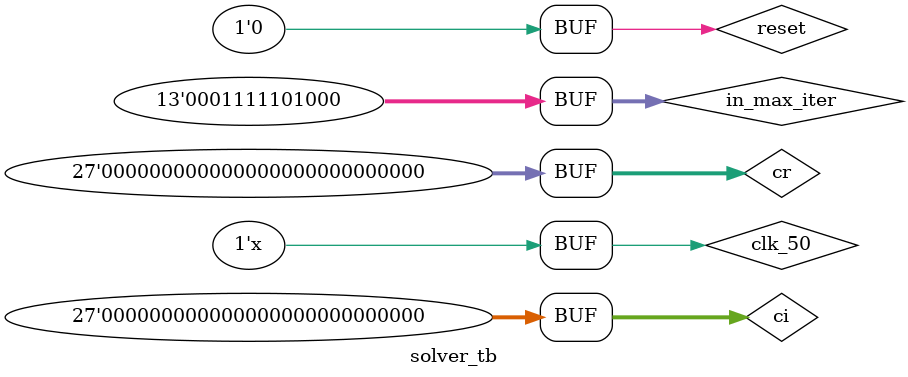
<source format=v>

module solver (

    input                clk, reset,
    input signed [26:0]  ci,
    input signed [26:0]  cr,
    input signed [12:0]  in_max_iter,

    // output signed [26:0] iout,
    // output signed [26:0] rout,
    output signed [12:0] out_iter,
    output reg           done_reg
); 

    // Compute modules

    reg signed [26:0]  zr_reg, zi_reg, zr_sqr_reg, zi_sqr_reg;
    reg                diverge_reg;
    reg         [12:0] counter_reg;

    wire signed [26:0] zr_reg_in, zi_reg_in, zr_sqr_reg_in, zi_sqr_reg_in;
    wire signed [26:0] z_magitude_sqr;
    wire                diverge_reg_in, done_reg_in;
    wire        [12:0] counter_reg_in;

    wire [26:0] zr_next_wire, zi_next_wire, zr_sqr_wire, zi_sqr_wire;
    next_zr _next_zr(
        .zr_sqr(zr_sqr_reg), 
        .zi_sqr(zi_sqr_reg),
        .cr(cr),
        .zr_next(zr_next_wire)
    );

    next_zi _next_zi(
        .zr(zr_reg), 
        .zi(zi_reg), 
        .ci(ci),
        .zi_next(zi_next_wire)
    );

    signed_mult _zr_sqr_mult(
        .out(zr_sqr_wire),
        .a(zr_reg_in),
        .b(zr_reg_in)
    );

    signed_mult _zi_sqr_mult(
        .out(zi_sqr_wire),
        .a(zi_reg_in),
        .b(zi_reg_in)
    );

    // always @(zr_next_wire or zi_next_wire or zr_sqr_wire or zi_sqr_wire) begin
    //     zr_reg_in =  zr_next_wire;
    //     zi_reg_in = zi_next_wire;
    //     zr_sqr_reg_in = zr_sqr_wire;
    //     zi_sqr_reg_in = zi_sqr_wire;
    // end

    assign z_magitude_sqr = zr_sqr_reg_in + zi_sqr_reg_in;

    assign out_iter = counter_reg;

    always @ (posedge clk) begin
        zr_reg <= zr_reg_in;
        zi_reg <= zi_reg_in;
        zr_sqr_reg <= zr_sqr_reg_in;
        zi_sqr_reg <= zi_sqr_reg_in;
        diverge_reg <= diverge_reg_in;
        counter_reg <= counter_reg_in;
        done_reg <= done_reg_in;
    end

    //======================================================================
    // State Update
    //======================================================================

    // Only two states/one cycle per iterations for three multipliers
    // STATE_INIT = 2'h0
    // STATE_ONE = 2'h1
    
    reg [2:0] state_reg; 

    always @ (posedge clk) begin

        if (reset)
            state_reg <= 2'h0;
        else begin
            state_reg <= state_reg;

            case (state_reg)

                2'h0   : state_reg <= 2'h1;
                2'h1   : 
                    if (counter_reg > in_max_iter || diverge_reg) 
                        state_reg <= 2'h2;
                    else 
                        state_reg <= 2'h1;
                2'h2   : state_reg <= 2'h2;
                default: state_reg <= 2'h0;

            endcase
        end
    end

    //======================================================================
    // State Outputs : combinational code
    //======================================================================

    always @ (posedge clk) begin
        //--------------------------------------------------------------------
        // STATE: STATE_INIT
        //--------------------------------------------------------------------

        if ( state_reg == 2'h0 ) begin
            zr_reg_in       = 0; 
            zi_reg_in       = 0;
            zr_sqr_reg_in   = 0; 
            zi_sqr_reg_in   = 0;
            counter_reg_in  = 0; 
            diverge_reg_in = 0; 
            done_reg_in     = 0; 
        end

        //--------------------------------------------------------------------
        // STATE: STATE_ONE
        //--------------------------------------------------------------------

        else if ( state_reg == 2'h1 ) begin
            // zr_reg_in ... are directly outputs of multipliers so no assignment here
            counter_reg_in = counter_reg + 1;
            done_reg_in    = 0; 
            diverge_reg_in = ( zr_reg_in >= 2 || zi_reg_in >=2 || z_magitude_sqr >= 4);
        end

        //--------------------------------------------------------------------
        // STATE: STATE_ONE
        //--------------------------------------------------------------------

        else if ( state_reg == 2'h2 ) begin 
            zr_reg_in       = 0; 
            zi_reg_in       = 0;
            zr_sqr_reg_in       = 0; 
            zi_sqr_reg_in       = 0;
            counter_reg_in      = counter_reg;
            diverge_reg_in      = diverge_reg; 
            done_reg_in         = 1;
        end

    end
endmodule 

module next_zr (
    input signed [26:0] zr_sqr, zi_sqr, cr,

    output signed [26:0] zr_next
);

    assign zr_next = zr_sqr - zi_sqr + cr;

endmodule

module next_zi (
    input signed [26:0] zr, zi, ci,

    output signed [26:0] zi_next 
);

    wire signed [26:0] mult_out;

    signed_mult _mult(
        .out(mult_out),
        .a(zr),
        .b(zi)
    );

    // always @(*) begin
    //     zi_next = (mult_out << 1) + ci;  
    // end

    assign zi_next = (mult_out << 1) + ci; 

endmodule 

`timescale 1ns/1ns
module solver_tb();

    reg clk_50, reset;
    reg [26:0] ci, cr;
    reg signed [12:0] in_max_iter;

    wire [12:0] out_iter;
    wire done_reg;

    //Initialize clock
    initial begin   
        clk_50 = 1'b0;
    end

    //Toggle the clocks
	always begin
		#10
		clk_50  = ~clk_50;
	end

    //Intialize and drive signals
	// initial begin
	// 	reset  = 1'b0;
	// 	#10 
	// 	reset  = 1'b1;
	// 	#30
	// 	reset  = 1'b0;
	// end


    initial begin
        ci = 0;
        cr = 0;
        in_max_iter = 13'd1000;
        reset  = 1'b0;
		#10 
		reset  = 1'b1;
		#30
		reset  = 1'b0;
        // #1500;

        // ci = 1 << 23;
        // cr = 1 << 23; // this is 1
        // reset  = 1'b0;
		// #10 
		// reset  = 1'b1;
		// #30
		// reset  = 1'b0;
        // #1500;

        // ci = 1 << 22; // 0.5
        // cr = 1 << 22;
        // reset  = 1'b0;
		// #10 
		// reset  = 1'b1;
		// #30
		// reset  = 1'b0;
        // #1500;
    end


    // Top level function

    solver DUT (
        .clk(clk_50),
        .reset(reset),
        .ci(ci),       
        .cr(cr),      
        .in_max_iter(in_max_iter),
        .out_iter(out_iter),
        .done_reg(done_reg)
    );

endmodule

</source>
